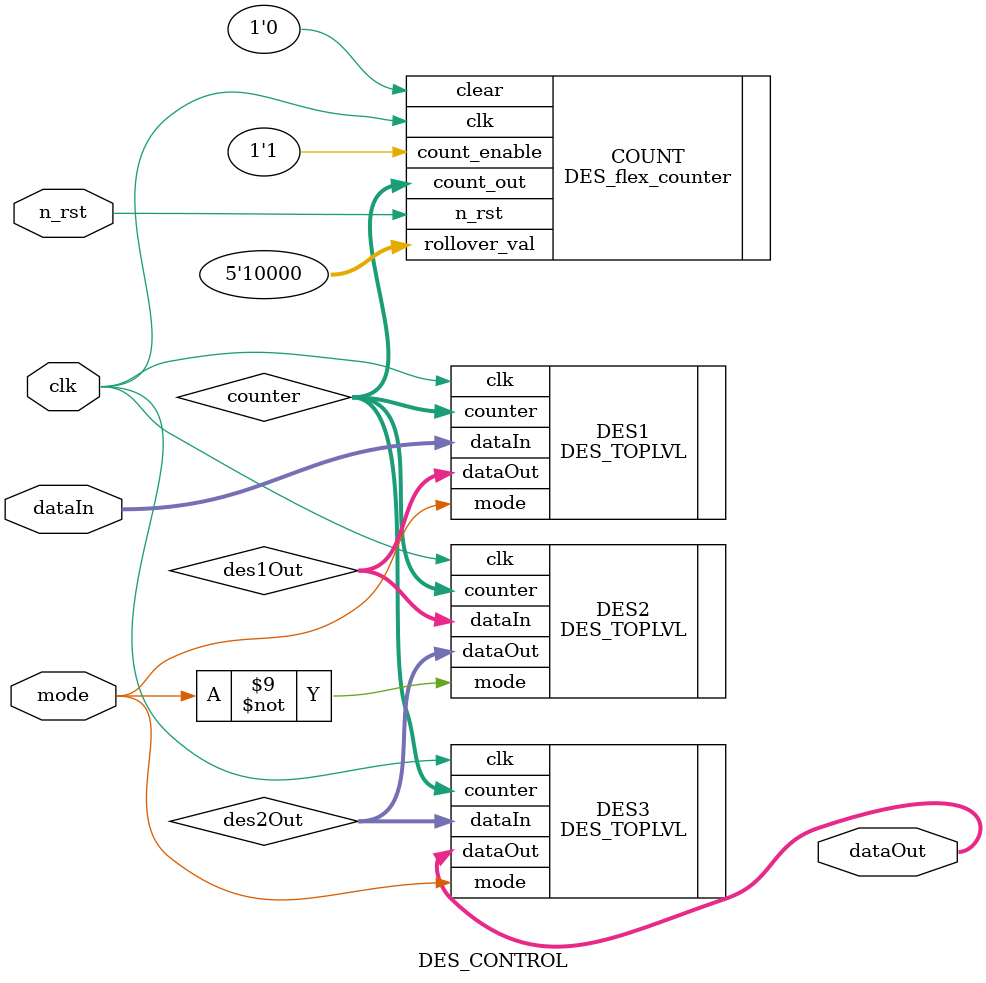
<source format=sv>
module DES_CONTROL(input clk, mode, n_rst, input [64:1] dataIn, output [64:1] dataOut );
   wire [64:1] des1Out;
   wire [64:1] des2Out;
   wire [5:1]  counter;
   reg [2:0]   count = 3'b000;
   reg 	       dataReady = 0;
   always_ff @ (negedge clk) begin
      dataReady = 0;
      if(count[2:0] != 3'b100 && counter[5:1] == 5'b00000) begin
	 count[2:0] = count[2:0]  + 3'b001;
      end else if (count[2:0] == 3'b100 && counter[5:1] == 5'b00000) begin
	 dataReady = 1;
	 count[2:0] = 3'b000;
      end
   end
   
   DES_TOPLVL DES1 (.clk(clk), .mode(mode),  .counter(counter[5:1]), .dataIn(dataIn[64:1]), .dataOut(des1Out[64:1]));
   DES_TOPLVL DES2 (.clk(clk), .mode(~mode), .counter(counter[5:1]), .dataIn(des1Out[64:1]), .dataOut(des2Out[64:1]));
   DES_TOPLVL DES3 (.clk(clk), .mode(mode),  .counter(counter[5:1]), .dataIn(des2Out[64:1]), .dataOut(dataOut[64:1]));
   DES_flex_counter #(5) COUNT  (.clk(clk),.n_rst(n_rst) ,.count_enable(1'b1), .rollover_val(5'b10000), .clear(1'b0), .count_out(counter[5:1]));
endmodule // DES_Control

</source>
